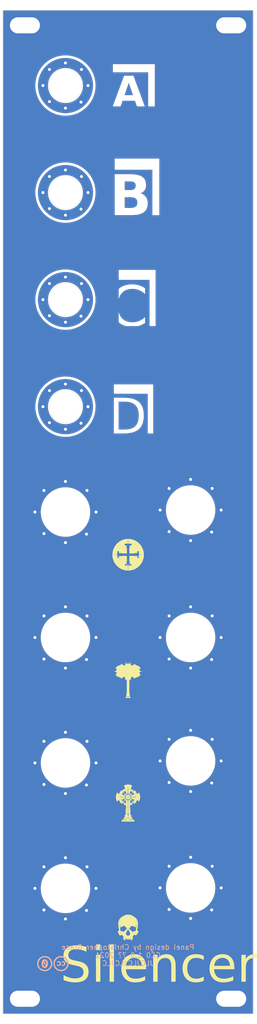
<source format=kicad_pcb>
(kicad_pcb (version 20241229) (generator "pcbnew") (generator_version "9.0")
  (title_block (company "Rich Holmes / Analog Output") (comment 1 "or neighboring rights to this work. Published from United States.") (comment 2 "To the extent possible under law, Richard Holmes has waived all copyright and related "))
  (layers (0 "F.Cu" signal) (2 "B.Cu" signal) (13 "F.Paste" user) (15 "B.Paste" user) (5 "F.SilkS" user "F.Silkscreen") (7 "B.SilkS" user "B.Silkscreen") (1 "F.Mask" user) (3 "B.Mask" user) (25 "Edge.Cuts" user))
  (net 0 "")
  (net 1 "GND")
  (footprint "Kosmo_panel:Kosmo_Panel_Dual_Slotted_Mounting_Holes" (layer "F.Cu") (at 113.1 60.6 180)
    (property "Reference" "H10" (hide yes))
    (property "Value" "Panel")
    (pad "1" thru_hole oval (at 1.4 -194 180) (size 6.8 4) (drill oval 6 3.2) (layers "*.Cu" "*.Mask") (net 1 "GND"))
    (pad "1" thru_hole oval (at 1.4 0 180) (size 6.8 4) (drill oval 6 3.2) (layers "*.Cu" "*.Mask") (net 1 "GND"))
  )
  (footprint "Kosmo_panel:Kosmo_Jack_Hole" (layer "F.Cu") (at 78.6 207.6)
    (property "Reference" "H1" (hide yes))
    (property "Value" "Jack_Hole")
    (fp_circle (center 0 0) (end 4.9 0) (stroke (width 0.05)) (fill no) (layer "Edge.Cuts"))
    (pad "1" smd custom (at -6.1 0) (size 0.5 0.5) (layers "F.Cu" "F.Mask" "F.Paste") (net 1 "GND") (options (clearance outline) (anchor circle)) (primitives (gr_circle (center 6.1 0) (end 12.2 0) (width 1.9) (fill no))))
    (pad "1" smd custom (at -6.1 0) (size 0.5 0.5) (layers "B.Cu" "B.Mask" "B.Paste") (net 1 "GND") (options (clearance outline) (anchor circle)) (primitives (gr_circle (center 6.1 0) (end 12.2 0) (width 1.9) (fill no))))
    (pad "1" thru_hole circle (at -6.1 0) (size 0.8 0.8) (drill 0.6) (layers "*.Cu" "*.Mask") (net 1 "GND"))
    (pad "1" thru_hole circle (at -4.3 -4.3) (size 0.8 0.8) (drill 0.6) (layers "*.Cu" "*.Mask") (net 1 "GND"))
    (pad "1" thru_hole circle (at -4.3 4.3) (size 0.8 0.8) (drill 0.6) (layers "*.Cu" "*.Mask") (net 1 "GND"))
    (pad "1" thru_hole circle (at 0 -6.1) (size 0.8 0.8) (drill 0.6) (layers "*.Cu" "*.Mask") (net 1 "GND"))
    (pad "1" thru_hole circle (at 0 6.1) (size 0.8 0.8) (drill 0.6) (layers "*.Cu" "*.Mask") (net 1 "GND"))
    (pad "1" thru_hole circle (at 4.2 4.4) (size 0.8 0.8) (drill 0.6) (layers "*.Cu" "*.Mask") (net 1 "GND"))
    (pad "1" thru_hole circle (at 4.3 -4.3) (size 0.8 0.8) (drill 0.6) (layers "*.Cu" "*.Mask") (net 1 "GND"))
    (pad "1" thru_hole circle (at 6.1 0) (size 0.8 0.8) (drill 0.6) (layers "*.Cu" "*.Mask") (net 1 "GND"))
  )
  (footprint "Kosmo_panel:Kosmo_Panel_Dual_Slotted_Mounting_Holes" (layer "F.Cu") (at 69.1 254.6)
    (property "Reference" "H7" (hide yes))
    (property "Value" "Panel")
    (pad "1" thru_hole oval (at 1.4 -194) (size 6.8 4) (drill oval 6 3.2) (layers "*.Cu" "*.Mask") (net 1 "GND"))
    (pad "1" thru_hole oval (at 1.4 0) (size 6.8 4) (drill oval 6 3.2) (layers "*.Cu" "*.Mask") (net 1 "GND"))
  )
  (footprint "Kosmo_panel:Kosmo_Jack_Hole" (layer "F.Cu") (at 78.6 232.6)
    (property "Reference" "H2" (hide yes))
    (property "Value" "Jack_Hole")
    (fp_circle (center 0 0) (end 4.9 0) (stroke (width 0.05)) (fill no) (layer "Edge.Cuts"))
    (pad "1" smd custom (at -6.1 0) (size 0.5 0.5) (layers "F.Cu" "F.Mask" "F.Paste") (net 1 "GND") (options (clearance outline) (anchor circle)) (primitives (gr_circle (center 6.1 0) (end 12.2 0) (width 1.9) (fill no))))
    (pad "1" smd custom (at -6.1 0) (size 0.5 0.5) (layers "B.Cu" "B.Mask" "B.Paste") (net 1 "GND") (options (clearance outline) (anchor circle)) (primitives (gr_circle (center 6.1 0) (end 12.2 0) (width 1.9) (fill no))))
    (pad "1" thru_hole circle (at -6.1 0) (size 0.8 0.8) (drill 0.6) (layers "*.Cu" "*.Mask") (net 1 "GND"))
    (pad "1" thru_hole circle (at -4.3 -4.3) (size 0.8 0.8) (drill 0.6) (layers "*.Cu" "*.Mask") (net 1 "GND"))
    (pad "1" thru_hole circle (at -4.3 4.3) (size 0.8 0.8) (drill 0.6) (layers "*.Cu" "*.Mask") (net 1 "GND"))
    (pad "1" thru_hole circle (at 0 -6.1) (size 0.8 0.8) (drill 0.6) (layers "*.Cu" "*.Mask") (net 1 "GND"))
    (pad "1" thru_hole circle (at 0 6.1) (size 0.8 0.8) (drill 0.6) (layers "*.Cu" "*.Mask") (net 1 "GND"))
    (pad "1" thru_hole circle (at 4.2 4.4) (size 0.8 0.8) (drill 0.6) (layers "*.Cu" "*.Mask") (net 1 "GND"))
    (pad "1" thru_hole circle (at 4.3 -4.3) (size 0.8 0.8) (drill 0.6) (layers "*.Cu" "*.Mask") (net 1 "GND"))
    (pad "1" thru_hole circle (at 6.1 0) (size 0.8 0.8) (drill 0.6) (layers "*.Cu" "*.Mask") (net 1 "GND"))
  )
  (footprint "Kosmo_panel:Kosmo_Jack_Hole" (layer "F.Cu") (at 103.6 207.2)
    (property "Reference" "H3" (hide yes))
    (property "Value" "Jack_Hole")
    (fp_circle (center 0 0) (end 4.9 0) (stroke (width 0.05)) (fill no) (layer "Edge.Cuts"))
    (pad "1" smd custom (at -6.1 0) (size 0.5 0.5) (layers "F.Cu" "F.Mask" "F.Paste") (net 1 "GND") (options (clearance outline) (anchor circle)) (primitives (gr_circle (center 6.1 0) (end 12.2 0) (width 1.9) (fill no))))
    (pad "1" smd custom (at -6.1 0) (size 0.5 0.5) (layers "B.Cu" "B.Mask" "B.Paste") (net 1 "GND") (options (clearance outline) (anchor circle)) (primitives (gr_circle (center 6.1 0) (end 12.2 0) (width 1.9) (fill no))))
    (pad "1" thru_hole circle (at -6.1 0) (size 0.8 0.8) (drill 0.6) (layers "*.Cu" "*.Mask") (net 1 "GND"))
    (pad "1" thru_hole circle (at -4.3 -4.3) (size 0.8 0.8) (drill 0.6) (layers "*.Cu" "*.Mask") (net 1 "GND"))
    (pad "1" thru_hole circle (at -4.3 4.3) (size 0.8 0.8) (drill 0.6) (layers "*.Cu" "*.Mask") (net 1 "GND"))
    (pad "1" thru_hole circle (at 0 -6.1) (size 0.8 0.8) (drill 0.6) (layers "*.Cu" "*.Mask") (net 1 "GND"))
    (pad "1" thru_hole circle (at 0 6.1) (size 0.8 0.8) (drill 0.6) (layers "*.Cu" "*.Mask") (net 1 "GND"))
    (pad "1" thru_hole circle (at 4.2 4.4) (size 0.8 0.8) (drill 0.6) (layers "*.Cu" "*.Mask") (net 1 "GND"))
    (pad "1" thru_hole circle (at 4.3 -4.3) (size 0.8 0.8) (drill 0.6) (layers "*.Cu" "*.Mask") (net 1 "GND"))
    (pad "1" thru_hole circle (at 6.1 0) (size 0.8 0.8) (drill 0.6) (layers "*.Cu" "*.Mask") (net 1 "GND"))
  )
  (footprint "Kosmo_panel:Kosmo_Jack_Hole" (layer "F.Cu") (at 103.6 232.5)
    (property "Reference" "H4" (hide yes))
    (property "Value" "Jack_Hole")
    (fp_circle (center 0 0) (end 4.9 0) (stroke (width 0.05)) (fill no) (layer "Edge.Cuts"))
    (pad "1" smd custom (at -6.1 0) (size 0.5 0.5) (layers "F.Cu" "F.Mask" "F.Paste") (net 1 "GND") (options (clearance outline) (anchor circle)) (primitives (gr_circle (center 6.1 0) (end 12.2 0) (width 1.9) (fill no))))
    (pad "1" smd custom (at -6.1 0) (size 0.5 0.5) (layers "B.Cu" "B.Mask" "B.Paste") (net 1 "GND") (options (clearance outline) (anchor circle)) (primitives (gr_circle (center 6.1 0) (end 12.2 0) (width 1.9) (fill no))))
    (pad "1" thru_hole circle (at -6.1 0) (size 0.8 0.8) (drill 0.6) (layers "*.Cu" "*.Mask") (net 1 "GND"))
    (pad "1" thru_hole circle (at -4.3 -4.3) (size 0.8 0.8) (drill 0.6) (layers "*.Cu" "*.Mask") (net 1 "GND"))
    (pad "1" thru_hole circle (at -4.3 4.3) (size 0.8 0.8) (drill 0.6) (layers "*.Cu" "*.Mask") (net 1 "GND"))
    (pad "1" thru_hole circle (at 0 -6.1) (size 0.8 0.8) (drill 0.6) (layers "*.Cu" "*.Mask") (net 1 "GND"))
    (pad "1" thru_hole circle (at 0 6.1) (size 0.8 0.8) (drill 0.6) (layers "*.Cu" "*.Mask") (net 1 "GND"))
    (pad "1" thru_hole circle (at 4.2 4.4) (size 0.8 0.8) (drill 0.6) (layers "*.Cu" "*.Mask") (net 1 "GND"))
    (pad "1" thru_hole circle (at 4.3 -4.3) (size 0.8 0.8) (drill 0.6) (layers "*.Cu" "*.Mask") (net 1 "GND"))
    (pad "1" thru_hole circle (at 6.1 0) (size 0.8 0.8) (drill 0.6) (layers "*.Cu" "*.Mask") (net 1 "GND"))
  )
  (footprint "Kosmo_panel:Kosmo_Jack_Hole" (layer "F.Cu") (at 103.6 157.2)
    (property "Reference" "H3" (hide yes))
    (property "Value" "Jack_Hole")
    (fp_circle (center 0 0) (end 4.9 0) (stroke (width 0.05)) (fill no) (layer "Edge.Cuts"))
    (pad "1" smd custom (at -6.1 0) (size 0.5 0.5) (layers "F.Cu" "F.Mask" "F.Paste") (net 1 "GND") (options (clearance outline) (anchor circle)) (primitives (gr_circle (center 6.1 0) (end 12.2 0) (width 1.9) (fill no))))
    (pad "1" smd custom (at -6.1 0) (size 0.5 0.5) (layers "B.Cu" "B.Mask" "B.Paste") (net 1 "GND") (options (clearance outline) (anchor circle)) (primitives (gr_circle (center 6.1 0) (end 12.2 0) (width 1.9) (fill no))))
    (pad "1" thru_hole circle (at -6.1 0) (size 0.8 0.8) (drill 0.6) (layers "*.Cu" "*.Mask") (net 1 "GND"))
    (pad "1" thru_hole circle (at -4.3 -4.3) (size 0.8 0.8) (drill 0.6) (layers "*.Cu" "*.Mask") (net 1 "GND"))
    (pad "1" thru_hole circle (at -4.3 4.3) (size 0.8 0.8) (drill 0.6) (layers "*.Cu" "*.Mask") (net 1 "GND"))
    (pad "1" thru_hole circle (at 0 -6.1) (size 0.8 0.8) (drill 0.6) (layers "*.Cu" "*.Mask") (net 1 "GND"))
    (pad "1" thru_hole circle (at 0 6.1) (size 0.8 0.8) (drill 0.6) (layers "*.Cu" "*.Mask") (net 1 "GND"))
    (pad "1" thru_hole circle (at 4.2 4.4) (size 0.8 0.8) (drill 0.6) (layers "*.Cu" "*.Mask") (net 1 "GND"))
    (pad "1" thru_hole circle (at 4.3 -4.3) (size 0.8 0.8) (drill 0.6) (layers "*.Cu" "*.Mask") (net 1 "GND"))
    (pad "1" thru_hole circle (at 6.1 0) (size 0.8 0.8) (drill 0.6) (layers "*.Cu" "*.Mask") (net 1 "GND"))
  )
  (footprint "Library:asassin3neg" (layer "F.Cu") (at 90.6 144.1)
    (property "Reference" "G***" (hide yes))
    (property "Value" "LOGO" (hide yes))
  )
  (footprint "Kosmo_panel:Kosmo_Jack_Hole" (layer "F.Cu") (at 78.6 182.6)
    (property "Reference" "H2" (hide yes))
    (property "Value" "Jack_Hole")
    (fp_circle (center 0 0) (end 4.9 0) (stroke (width 0.05)) (fill no) (layer "Edge.Cuts"))
    (pad "1" smd custom (at -6.1 0) (size 0.5 0.5) (layers "F.Cu" "F.Mask" "F.Paste") (net 1 "GND") (options (clearance outline) (anchor circle)) (primitives (gr_circle (center 6.1 0) (end 12.2 0) (width 1.9) (fill no))))
    (pad "1" smd custom (at -6.1 0) (size 0.5 0.5) (layers "B.Cu" "B.Mask" "B.Paste") (net 1 "GND") (options (clearance outline) (anchor circle)) (primitives (gr_circle (center 6.1 0) (end 12.2 0) (width 1.9) (fill no))))
    (pad "1" thru_hole circle (at -6.1 0) (size 0.8 0.8) (drill 0.6) (layers "*.Cu" "*.Mask") (net 1 "GND"))
    (pad "1" thru_hole circle (at -4.3 -4.3) (size 0.8 0.8) (drill 0.6) (layers "*.Cu" "*.Mask") (net 1 "GND"))
    (pad "1" thru_hole circle (at -4.3 4.3) (size 0.8 0.8) (drill 0.6) (layers "*.Cu" "*.Mask") (net 1 "GND"))
    (pad "1" thru_hole circle (at 0 -6.1) (size 0.8 0.8) (drill 0.6) (layers "*.Cu" "*.Mask") (net 1 "GND"))
    (pad "1" thru_hole circle (at 0 6.1) (size 0.8 0.8) (drill 0.6) (layers "*.Cu" "*.Mask") (net 1 "GND"))
    (pad "1" thru_hole circle (at 4.2 4.4) (size 0.8 0.8) (drill 0.6) (layers "*.Cu" "*.Mask") (net 1 "GND"))
    (pad "1" thru_hole circle (at 4.3 -4.3) (size 0.8 0.8) (drill 0.6) (layers "*.Cu" "*.Mask") (net 1 "GND"))
    (pad "1" thru_hole circle (at 6.1 0) (size 0.8 0.8) (drill 0.6) (layers "*.Cu" "*.Mask") (net 1 "GND"))
  )
  (footprint "Kosmo_panel:Kosmo_Switch_Hole" (layer "F.Cu") (at 78.6 136.6)
    (property "Reference" "REF**" (hide yes))
    (property "Value" "Kosmo_Switch_Hole")
    (fp_circle (center 0 0) (end 3.3 0) (stroke (width 0.05)) (fill no) (layer "Edge.Cuts"))
    (pad "1" smd custom (at -4.5 0) (size 0.5 0.5) (layers "F.Cu" "F.Mask" "F.Paste") (options (clearance outline) (anchor circle)) (primitives (gr_circle (center 4.5 0) (end 9 0) (width 2) (fill no))))
    (pad "1" smd custom (at -4.5 0) (size 0.5 0.5) (layers "B.Cu" "B.Mask" "B.Paste") (options (clearance outline) (anchor circle)) (primitives (gr_circle (center 4.5 0) (end 9 0) (width 2) (fill no))))
    (pad "1" thru_hole circle (at -4.5 0) (size 0.8 0.8) (drill 0.6) (layers "*.Cu" "*.Mask"))
    (pad "1" thru_hole circle (at -3.2 -3.2) (size 0.8 0.8) (drill 0.6) (layers "*.Cu" "*.Mask"))
    (pad "1" thru_hole circle (at -3.2 3.2) (size 0.8 0.8) (drill 0.6) (layers "*.Cu" "*.Mask"))
    (pad "1" thru_hole circle (at 0 -4.5) (size 0.8 0.8) (drill 0.6) (layers "*.Cu" "*.Mask"))
    (pad "1" thru_hole circle (at 0 4.5) (size 0.8 0.8) (drill 0.6) (layers "*.Cu" "*.Mask"))
    (pad "1" thru_hole circle (at 3.1 3.3) (size 0.8 0.8) (drill 0.6) (layers "*.Cu" "*.Mask"))
    (pad "1" thru_hole circle (at 3.2 -3.2) (size 0.8 0.8) (drill 0.6) (layers "*.Cu" "*.Mask"))
    (pad "1" thru_hole circle (at 4.5 0) (size 0.8 0.8) (drill 0.6) (layers "*.Cu" "*.Mask"))
  )
  (footprint "Kosmo_panel:Kosmo_Switch_Hole" (layer "F.Cu") (at 78.6 115.266667)
    (property "Reference" "REF**" (hide yes))
    (property "Value" "Kosmo_Switch_Hole")
    (fp_circle (center 0 0) (end 3.3 0) (stroke (width 0.05)) (fill no) (layer "Edge.Cuts"))
    (pad "1" smd custom (at -4.5 0) (size 0.5 0.5) (layers "F.Cu" "F.Mask" "F.Paste") (options (clearance outline) (anchor circle)) (primitives (gr_circle (center 4.5 0) (end 9 0) (width 2) (fill no))))
    (pad "1" smd custom (at -4.5 0) (size 0.5 0.5) (layers "B.Cu" "B.Mask" "B.Paste") (options (clearance outline) (anchor circle)) (primitives (gr_circle (center 4.5 0) (end 9 0) (width 2) (fill no))))
    (pad "1" thru_hole circle (at -4.5 0) (size 0.8 0.8) (drill 0.6) (layers "*.Cu" "*.Mask"))
    (pad "1" thru_hole circle (at -3.2 -3.2) (size 0.8 0.8) (drill 0.6) (layers "*.Cu" "*.Mask"))
    (pad "1" thru_hole circle (at -3.2 3.2) (size 0.8 0.8) (drill 0.6) (layers "*.Cu" "*.Mask"))
    (pad "1" thru_hole circle (at 0 -4.5) (size 0.8 0.8) (drill 0.6) (layers "*.Cu" "*.Mask"))
    (pad "1" thru_hole circle (at 0 4.5) (size 0.8 0.8) (drill 0.6) (layers "*.Cu" "*.Mask"))
    (pad "1" thru_hole circle (at 3.1 3.3) (size 0.8 0.8) (drill 0.6) (layers "*.Cu" "*.Mask"))
    (pad "1" thru_hole circle (at 3.2 -3.2) (size 0.8 0.8) (drill 0.6) (layers "*.Cu" "*.Mask"))
    (pad "1" thru_hole circle (at 4.5 0) (size 0.8 0.8) (drill 0.6) (layers "*.Cu" "*.Mask"))
  )
  (footprint "Library:Cross1" (layer "F.Cu") (at 91.1 166.1)
    (property "Reference" "G***" (hide yes))
    (property "Value" "LOGO" (hide yes))
  )
  (footprint "Kosmo_panel:Kosmo_Jack_Hole" (layer "F.Cu") (at 78.6 157.6)
    (property "Reference" "H1" (hide yes))
    (property "Value" "Jack_Hole")
    (fp_circle (center 0 0) (end 4.9 0) (stroke (width 0.05)) (fill no) (layer "Edge.Cuts"))
    (pad "1" smd custom (at -6.1 0) (size 0.5 0.5) (layers "F.Cu" "F.Mask" "F.Paste") (net 1 "GND") (options (clearance outline) (anchor circle)) (primitives (gr_circle (center 6.1 0) (end 12.2 0) (width 1.9) (fill no))))
    (pad "1" smd custom (at -6.1 0) (size 0.5 0.5) (layers "B.Cu" "B.Mask" "B.Paste") (net 1 "GND") (options (clearance outline) (anchor circle)) (primitives (gr_circle (center 6.1 0) (end 12.2 0) (width 1.9) (fill no))))
    (pad "1" thru_hole circle (at -6.1 0) (size 0.8 0.8) (drill 0.6) (layers "*.Cu" "*.Mask") (net 1 "GND"))
    (pad "1" thru_hole circle (at -4.3 -4.3) (size 0.8 0.8) (drill 0.6) (layers "*.Cu" "*.Mask") (net 1 "GND"))
    (pad "1" thru_hole circle (at -4.3 4.3) (size 0.8 0.8) (drill 0.6) (layers "*.Cu" "*.Mask") (net 1 "GND"))
    (pad "1" thru_hole circle (at 0 -6.1) (size 0.8 0.8) (drill 0.6) (layers "*.Cu" "*.Mask") (net 1 "GND"))
    (pad "1" thru_hole circle (at 0 6.1) (size 0.8 0.8) (drill 0.6) (layers "*.Cu" "*.Mask") (net 1 "GND"))
    (pad "1" thru_hole circle (at 4.2 4.4) (size 0.8 0.8) (drill 0.6) (layers "*.Cu" "*.Mask") (net 1 "GND"))
    (pad "1" thru_hole circle (at 4.3 -4.3) (size 0.8 0.8) (drill 0.6) (layers "*.Cu" "*.Mask") (net 1 "GND"))
    (pad "1" thru_hole circle (at 6.1 0) (size 0.8 0.8) (drill 0.6) (layers "*.Cu" "*.Mask") (net 1 "GND"))
  )
  (footprint "Library:Skull_icon_FSilkscreen" (layer "F.Cu") (at 91.1 240.6)
    (property "Reference" "G***" (hide yes))
    (property "Value" "LOGO" (hide yes))
  )
  (footprint "Kosmo_panel:Kosmo_Jack_Hole" (layer "F.Cu") (at 103.6 182.6)
    (property "Reference" "H4" (hide yes))
    (property "Value" "Jack_Hole")
    (fp_circle (center 0 0) (end 4.9 0) (stroke (width 0.05)) (fill no) (layer "Edge.Cuts"))
    (pad "1" smd custom (at -6.1 0) (size 0.5 0.5) (layers "F.Cu" "F.Mask" "F.Paste") (net 1 "GND") (options (clearance outline) (anchor circle)) (primitives (gr_circle (center 6.1 0) (end 12.2 0) (width 1.9) (fill no))))
    (pad "1" smd custom (at -6.1 0) (size 0.5 0.5) (layers "B.Cu" "B.Mask" "B.Paste") (net 1 "GND") (options (clearance outline) (anchor circle)) (primitives (gr_circle (center 6.1 0) (end 12.2 0) (width 1.9) (fill no))))
    (pad "1" thru_hole circle (at -6.1 0) (size 0.8 0.8) (drill 0.6) (layers "*.Cu" "*.Mask") (net 1 "GND"))
    (pad "1" thru_hole circle (at -4.3 -4.3) (size 0.8 0.8) (drill 0.6) (layers "*.Cu" "*.Mask") (net 1 "GND"))
    (pad "1" thru_hole circle (at -4.3 4.3) (size 0.8 0.8) (drill 0.6) (layers "*.Cu" "*.Mask") (net 1 "GND"))
    (pad "1" thru_hole circle (at 0 -6.1) (size 0.8 0.8) (drill 0.6) (layers "*.Cu" "*.Mask") (net 1 "GND"))
    (pad "1" thru_hole circle (at 0 6.1) (size 0.8 0.8) (drill 0.6) (layers "*.Cu" "*.Mask") (net 1 "GND"))
    (pad "1" thru_hole circle (at 4.2 4.4) (size 0.8 0.8) (drill 0.6) (layers "*.Cu" "*.Mask") (net 1 "GND"))
    (pad "1" thru_hole circle (at 4.3 -4.3) (size 0.8 0.8) (drill 0.6) (layers "*.Cu" "*.Mask") (net 1 "GND"))
    (pad "1" thru_hole circle (at 6.1 0) (size 0.8 0.8) (drill 0.6) (layers "*.Cu" "*.Mask") (net 1 "GND"))
  )
  (footprint "Library:Hammer_FSilkscreen" (layer "F.Cu") (at 91.1 191.1)
    (property "Reference" "G***" (hide yes))
    (property "Value" "LOGO" (hide yes))
  )
  (footprint "Kosmo_panel:Kosmo_Switch_Hole" (layer "F.Cu") (at 78.6 72.6)
    (property "Reference" "REF**" (hide yes))
    (property "Value" "Kosmo_Switch_Hole")
    (fp_circle (center 0 0) (end 3.3 0) (stroke (width 0.05)) (fill no) (layer "Edge.Cuts"))
    (pad "1" smd custom (at -4.5 0) (size 0.5 0.5) (layers "F.Cu" "F.Mask" "F.Paste") (options (clearance outline) (anchor circle)) (primitives (gr_circle (center 4.5 0) (end 9 0) (width 2) (fill no))))
    (pad "1" smd custom (at -4.5 0) (size 0.5 0.5) (layers "B.Cu" "B.Mask" "B.Paste") (options (clearance outline) (anchor circle)) (primitives (gr_circle (center 4.5 0) (end 9 0) (width 2) (fill no))))
    (pad "1" thru_hole circle (at -4.5 0) (size 0.8 0.8) (drill 0.6) (layers "*.Cu" "*.Mask"))
    (pad "1" thru_hole circle (at -3.2 -3.2) (size 0.8 0.8) (drill 0.6) (layers "*.Cu" "*.Mask"))
    (pad "1" thru_hole circle (at -3.2 3.2) (size 0.8 0.8) (drill 0.6) (layers "*.Cu" "*.Mask"))
    (pad "1" thru_hole circle (at 0 -4.5) (size 0.8 0.8) (drill 0.6) (layers "*.Cu" "*.Mask"))
    (pad "1" thru_hole circle (at 0 4.5) (size 0.8 0.8) (drill 0.6) (layers "*.Cu" "*.Mask"))
    (pad "1" thru_hole circle (at 3.1 3.3) (size 0.8 0.8) (drill 0.6) (layers "*.Cu" "*.Mask"))
    (pad "1" thru_hole circle (at 3.2 -3.2) (size 0.8 0.8) (drill 0.6) (layers "*.Cu" "*.Mask"))
    (pad "1" thru_hole circle (at 4.5 0) (size 0.8 0.8) (drill 0.6) (layers "*.Cu" "*.Mask"))
  )
  (footprint "Library:ReligiousCross_FSilkscreen" (layer "F.Cu") (at 91.1 215.6)
    (property "Reference" "G***" (hide yes))
    (property "Value" "LOGO" (hide yes))
  )
  (footprint "Kosmo_panel:Kosmo_Switch_Hole" (layer "F.Cu") (at 78.6 93.933333)
    (property "Reference" "REF**" (hide yes))
    (property "Value" "Kosmo_Switch_Hole")
    (fp_circle (center 0 0) (end 3.3 0) (stroke (width 0.05)) (fill no) (layer "Edge.Cuts"))
    (pad "1" smd custom (at -4.5 0) (size 0.5 0.5) (layers "F.Cu" "F.Mask" "F.Paste") (options (clearance outline) (anchor circle)) (primitives (gr_circle (center 4.5 0) (end 9 0) (width 2) (fill no))))
    (pad "1" smd custom (at -4.5 0) (size 0.5 0.5) (layers "B.Cu" "B.Mask" "B.Paste") (options (clearance outline) (anchor circle)) (primitives (gr_circle (center 4.5 0) (end 9 0) (width 2) (fill no))))
    (pad "1" thru_hole circle (at -4.5 0) (size 0.8 0.8) (drill 0.6) (layers "*.Cu" "*.Mask"))
    (pad "1" thru_hole circle (at -3.2 -3.2) (size 0.8 0.8) (drill 0.6) (layers "*.Cu" "*.Mask"))
    (pad "1" thru_hole circle (at -3.2 3.2) (size 0.8 0.8) (drill 0.6) (layers "*.Cu" "*.Mask"))
    (pad "1" thru_hole circle (at 0 -4.5) (size 0.8 0.8) (drill 0.6) (layers "*.Cu" "*.Mask"))
    (pad "1" thru_hole circle (at 0 4.5) (size 0.8 0.8) (drill 0.6) (layers "*.Cu" "*.Mask"))
    (pad "1" thru_hole circle (at 3.1 3.3) (size 0.8 0.8) (drill 0.6) (layers "*.Cu" "*.Mask"))
    (pad "1" thru_hole circle (at 3.2 -3.2) (size 0.8 0.8) (drill 0.6) (layers "*.Cu" "*.Mask"))
    (pad "1" thru_hole circle (at 4.5 0) (size 0.8 0.8) (drill 0.6) (layers "*.Cu" "*.Mask"))
  )
  (footprint "AO_tht:CC0_logo" (layer "B.Cu") (at 76.1 247.6 180)
    (property "Reference" "GRAF3" (hide yes))
    (property "Value" "CC0 logo" (hide yes))
  )
  (gr_line (start 66.1 257.6) (end 116.1 257.6) (stroke (width 0.1)) (layer "Edge.Cuts"))
  (gr_line (start 116.1 57.6) (end 66.1 57.6) (stroke (width 0.1)) (layer "Edge.Cuts"))
  (gr_line (start 66.1 57.6) (end 66.1 257.6) (stroke (width 0.1)) (layer "Edge.Cuts"))
  (gr_line (start 116.1 257.6) (end 116.1 57.6) (stroke (width 0.1)) (layer "Edge.Cuts"))
  (gr_text "D" (at 87.29 143.13 0) (layer "F.Cu" knockout) (effects (font (size 7 7)) (justify left bottom)))
  (gr_text "A" (at 87.994094 77.78 0) (layer "F.Cu" knockout) (effects (font (size 6 6) (thickness 0.3) (bold yes)) (justify left bottom)))
  (gr_text "A" (at 87.994094 77.78 0) (layer "F.Cu" knockout) (effects (font (size 6 6) (thickness 0.3) (bold yes)) (justify left bottom)))
  (gr_text "B" (at 87.294093 99.79 0) (layer "F.Cu" knockout) (effects (font (size 8 8) (thickness 0.3) (bold yes)) (justify left bottom)))
  (gr_text "C" (at 87.294093 121.896166 0) (layer "F.Cu" knockout) (effects (font (size 8 8)) (justify left bottom)))
  (gr_text "B" (at 87.33 99.79 0) (layer "B.Cu" knockout) (effects (font (size 8 8) (thickness 0.3) (bold yes)) (justify left bottom)))
  (gr_text "C" (at 87.3 121.89 0) (layer "B.Cu" knockout) (effects (font (size 8 8)) (justify left bottom)))
  (gr_text "A" (at 88 77.78 0) (layer "B.Cu" knockout) (effects (font (size 6 6) (thickness 0.3) (bold yes)) (justify left bottom)))
  (gr_text "D" (at 87.294093 143.147861 0) (layer "B.Cu" knockout) (effects (font (size 7 7)) (justify left bottom)))
  (gr_text "Silencer" (at 77.55 252.4 0) (layer "F.SilkS") (effects (font (size 7 7)) (justify left bottom)))
  (gr_text "Panel design by Christopher Grace\nCC0 1.0 ?? 2021\nJLCJLCJLCJLC" (at 91.06 245.93 0) (layer "B.SilkS") (effects (font (size 1 1)) (justify mirror)))
  (zone (net 1) (net_name "GND") (layers "F.Cu" "B.Cu") (connect_pads (clearance 0.508)) (min_thickness 0.254) (fill yes (thermal_gap 0.508) (thermal_bridge_width 0.508))
    (polygon (pts (xy 116.1 257.6) (xy 66.1 257.6) (xy 66.1 57.6) (xy 116.1 57.6)))
  )
)
</source>
